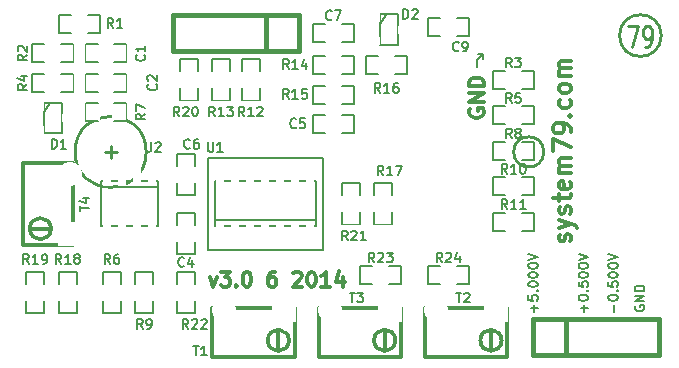
<source format=gto>
G04 (created by PCBNEW (2013-07-07 BZR 4022)-stable) date 2014-06-17 1:34:36 PM*
%MOIN*%
G04 Gerber Fmt 3.4, Leading zero omitted, Abs format*
%FSLAX34Y34*%
G01*
G70*
G90*
G04 APERTURE LIST*
%ADD10C,0.00590551*%
%ADD11C,0.00984252*%
%ADD12C,0.006*%
%ADD13C,0.00787402*%
%ADD14C,0.011811*%
%ADD15C,0.005*%
%ADD16C,0.015*%
%ADD17C,0.0026*%
%ADD18C,0.0078*%
%ADD19C,0.008*%
%ADD20C,0.0802748*%
%ADD21R,0.0409748X0.0291748*%
%ADD22R,0.0565748X0.0465748*%
%ADD23R,0.0465748X0.0565748*%
%ADD24R,0.0802748X0.0802748*%
%ADD25R,0.0251748X0.0881748*%
%ADD26C,0.080315*%
G04 APERTURE END LIST*
G54D10*
G54D11*
X31896Y-8956D02*
G75*
G03X31896Y-8956I-695J0D01*
G74*
G01*
X30802Y-8645D02*
X31130Y-8645D01*
X30919Y-9333D01*
X31341Y-9333D02*
X31435Y-9333D01*
X31482Y-9301D01*
X31505Y-9268D01*
X31552Y-9169D01*
X31575Y-9038D01*
X31575Y-8776D01*
X31552Y-8710D01*
X31528Y-8677D01*
X31482Y-8645D01*
X31388Y-8645D01*
X31341Y-8677D01*
X31317Y-8710D01*
X31294Y-8776D01*
X31294Y-8940D01*
X31317Y-9005D01*
X31341Y-9038D01*
X31388Y-9071D01*
X31482Y-9071D01*
X31528Y-9038D01*
X31552Y-9005D01*
X31575Y-8940D01*
G54D12*
X31025Y-17960D02*
X31010Y-17990D01*
X31010Y-18036D01*
X31025Y-18082D01*
X31056Y-18112D01*
X31086Y-18127D01*
X31147Y-18143D01*
X31193Y-18143D01*
X31254Y-18127D01*
X31284Y-18112D01*
X31315Y-18082D01*
X31330Y-18036D01*
X31330Y-18006D01*
X31315Y-17960D01*
X31299Y-17945D01*
X31193Y-17945D01*
X31193Y-18006D01*
X31330Y-17807D02*
X31010Y-17807D01*
X31330Y-17625D01*
X31010Y-17625D01*
X31330Y-17472D02*
X31010Y-17472D01*
X31010Y-17396D01*
X31025Y-17350D01*
X31056Y-17320D01*
X31086Y-17305D01*
X31147Y-17289D01*
X31193Y-17289D01*
X31254Y-17305D01*
X31284Y-17320D01*
X31315Y-17350D01*
X31330Y-17396D01*
X31330Y-17472D01*
X30322Y-18169D02*
X30322Y-17925D01*
X30124Y-17712D02*
X30124Y-17681D01*
X30139Y-17651D01*
X30154Y-17635D01*
X30185Y-17620D01*
X30246Y-17605D01*
X30322Y-17605D01*
X30383Y-17620D01*
X30414Y-17635D01*
X30429Y-17651D01*
X30444Y-17681D01*
X30444Y-17712D01*
X30429Y-17742D01*
X30414Y-17757D01*
X30383Y-17772D01*
X30322Y-17788D01*
X30246Y-17788D01*
X30185Y-17772D01*
X30154Y-17757D01*
X30139Y-17742D01*
X30124Y-17712D01*
X30414Y-17468D02*
X30429Y-17452D01*
X30444Y-17468D01*
X30429Y-17483D01*
X30414Y-17468D01*
X30444Y-17468D01*
X30124Y-17163D02*
X30124Y-17315D01*
X30276Y-17331D01*
X30261Y-17315D01*
X30246Y-17285D01*
X30246Y-17209D01*
X30261Y-17178D01*
X30276Y-17163D01*
X30307Y-17148D01*
X30383Y-17148D01*
X30414Y-17163D01*
X30429Y-17178D01*
X30444Y-17209D01*
X30444Y-17285D01*
X30429Y-17315D01*
X30414Y-17331D01*
X30124Y-16950D02*
X30124Y-16919D01*
X30139Y-16889D01*
X30154Y-16873D01*
X30185Y-16858D01*
X30246Y-16843D01*
X30322Y-16843D01*
X30383Y-16858D01*
X30414Y-16873D01*
X30429Y-16889D01*
X30444Y-16919D01*
X30444Y-16950D01*
X30429Y-16980D01*
X30414Y-16995D01*
X30383Y-17011D01*
X30322Y-17026D01*
X30246Y-17026D01*
X30185Y-17011D01*
X30154Y-16995D01*
X30139Y-16980D01*
X30124Y-16950D01*
X30124Y-16645D02*
X30124Y-16614D01*
X30139Y-16584D01*
X30154Y-16569D01*
X30185Y-16553D01*
X30246Y-16538D01*
X30322Y-16538D01*
X30383Y-16553D01*
X30414Y-16569D01*
X30429Y-16584D01*
X30444Y-16614D01*
X30444Y-16645D01*
X30429Y-16675D01*
X30414Y-16691D01*
X30383Y-16706D01*
X30322Y-16721D01*
X30246Y-16721D01*
X30185Y-16706D01*
X30154Y-16691D01*
X30139Y-16675D01*
X30124Y-16645D01*
X30124Y-16447D02*
X30444Y-16340D01*
X30124Y-16233D01*
X29338Y-18169D02*
X29338Y-17925D01*
X29460Y-18047D02*
X29216Y-18047D01*
X29140Y-17712D02*
X29140Y-17681D01*
X29155Y-17651D01*
X29170Y-17635D01*
X29201Y-17620D01*
X29262Y-17605D01*
X29338Y-17605D01*
X29399Y-17620D01*
X29429Y-17635D01*
X29444Y-17651D01*
X29460Y-17681D01*
X29460Y-17712D01*
X29444Y-17742D01*
X29429Y-17757D01*
X29399Y-17772D01*
X29338Y-17788D01*
X29262Y-17788D01*
X29201Y-17772D01*
X29170Y-17757D01*
X29155Y-17742D01*
X29140Y-17712D01*
X29429Y-17468D02*
X29444Y-17452D01*
X29460Y-17468D01*
X29444Y-17483D01*
X29429Y-17468D01*
X29460Y-17468D01*
X29140Y-17163D02*
X29140Y-17315D01*
X29292Y-17331D01*
X29277Y-17315D01*
X29262Y-17285D01*
X29262Y-17209D01*
X29277Y-17178D01*
X29292Y-17163D01*
X29323Y-17148D01*
X29399Y-17148D01*
X29429Y-17163D01*
X29444Y-17178D01*
X29460Y-17209D01*
X29460Y-17285D01*
X29444Y-17315D01*
X29429Y-17331D01*
X29140Y-16950D02*
X29140Y-16919D01*
X29155Y-16889D01*
X29170Y-16873D01*
X29201Y-16858D01*
X29262Y-16843D01*
X29338Y-16843D01*
X29399Y-16858D01*
X29429Y-16873D01*
X29444Y-16889D01*
X29460Y-16919D01*
X29460Y-16950D01*
X29444Y-16980D01*
X29429Y-16995D01*
X29399Y-17011D01*
X29338Y-17026D01*
X29262Y-17026D01*
X29201Y-17011D01*
X29170Y-16995D01*
X29155Y-16980D01*
X29140Y-16950D01*
X29140Y-16645D02*
X29140Y-16614D01*
X29155Y-16584D01*
X29170Y-16569D01*
X29201Y-16553D01*
X29262Y-16538D01*
X29338Y-16538D01*
X29399Y-16553D01*
X29429Y-16569D01*
X29444Y-16584D01*
X29460Y-16614D01*
X29460Y-16645D01*
X29444Y-16675D01*
X29429Y-16691D01*
X29399Y-16706D01*
X29338Y-16721D01*
X29262Y-16721D01*
X29201Y-16706D01*
X29170Y-16691D01*
X29155Y-16675D01*
X29140Y-16645D01*
X29140Y-16447D02*
X29460Y-16340D01*
X29140Y-16233D01*
X27665Y-18169D02*
X27665Y-17925D01*
X27787Y-18047D02*
X27543Y-18047D01*
X27467Y-17620D02*
X27467Y-17772D01*
X27619Y-17788D01*
X27604Y-17772D01*
X27588Y-17742D01*
X27588Y-17666D01*
X27604Y-17635D01*
X27619Y-17620D01*
X27649Y-17605D01*
X27726Y-17605D01*
X27756Y-17620D01*
X27771Y-17635D01*
X27787Y-17666D01*
X27787Y-17742D01*
X27771Y-17772D01*
X27756Y-17788D01*
X27756Y-17468D02*
X27771Y-17452D01*
X27787Y-17468D01*
X27771Y-17483D01*
X27756Y-17468D01*
X27787Y-17468D01*
X27467Y-17254D02*
X27467Y-17224D01*
X27482Y-17193D01*
X27497Y-17178D01*
X27527Y-17163D01*
X27588Y-17148D01*
X27665Y-17148D01*
X27726Y-17163D01*
X27756Y-17178D01*
X27771Y-17193D01*
X27787Y-17224D01*
X27787Y-17254D01*
X27771Y-17285D01*
X27756Y-17300D01*
X27726Y-17315D01*
X27665Y-17331D01*
X27588Y-17331D01*
X27527Y-17315D01*
X27497Y-17300D01*
X27482Y-17285D01*
X27467Y-17254D01*
X27467Y-16950D02*
X27467Y-16919D01*
X27482Y-16889D01*
X27497Y-16873D01*
X27527Y-16858D01*
X27588Y-16843D01*
X27665Y-16843D01*
X27726Y-16858D01*
X27756Y-16873D01*
X27771Y-16889D01*
X27787Y-16919D01*
X27787Y-16950D01*
X27771Y-16980D01*
X27756Y-16995D01*
X27726Y-17011D01*
X27665Y-17026D01*
X27588Y-17026D01*
X27527Y-17011D01*
X27497Y-16995D01*
X27482Y-16980D01*
X27467Y-16950D01*
X27467Y-16645D02*
X27467Y-16614D01*
X27482Y-16584D01*
X27497Y-16569D01*
X27527Y-16553D01*
X27588Y-16538D01*
X27665Y-16538D01*
X27726Y-16553D01*
X27756Y-16569D01*
X27771Y-16584D01*
X27787Y-16614D01*
X27787Y-16645D01*
X27771Y-16675D01*
X27756Y-16691D01*
X27726Y-16706D01*
X27665Y-16721D01*
X27588Y-16721D01*
X27527Y-16706D01*
X27497Y-16691D01*
X27482Y-16675D01*
X27467Y-16645D01*
X27467Y-16447D02*
X27787Y-16340D01*
X27467Y-16233D01*
X12506Y-14810D02*
X12506Y-14627D01*
X12826Y-14719D02*
X12506Y-14719D01*
X12613Y-14384D02*
X12826Y-14384D01*
X12491Y-14460D02*
X12719Y-14536D01*
X12719Y-14338D01*
X21508Y-17526D02*
X21691Y-17526D01*
X21599Y-17846D02*
X21599Y-17526D01*
X21767Y-17526D02*
X21965Y-17526D01*
X21858Y-17647D01*
X21904Y-17647D01*
X21934Y-17663D01*
X21950Y-17678D01*
X21965Y-17708D01*
X21965Y-17785D01*
X21950Y-17815D01*
X21934Y-17830D01*
X21904Y-17846D01*
X21812Y-17846D01*
X21782Y-17830D01*
X21767Y-17815D01*
X25051Y-17526D02*
X25234Y-17526D01*
X25142Y-17846D02*
X25142Y-17526D01*
X25325Y-17556D02*
X25340Y-17541D01*
X25371Y-17526D01*
X25447Y-17526D01*
X25478Y-17541D01*
X25493Y-17556D01*
X25508Y-17587D01*
X25508Y-17617D01*
X25493Y-17663D01*
X25310Y-17846D01*
X25508Y-17846D01*
X16291Y-19297D02*
X16474Y-19297D01*
X16383Y-19617D02*
X16383Y-19297D01*
X16748Y-19617D02*
X16565Y-19617D01*
X16657Y-19617D02*
X16657Y-19297D01*
X16626Y-19343D01*
X16596Y-19373D01*
X16565Y-19389D01*
G54D11*
X27984Y-12834D02*
G75*
G03X27984Y-12834I-504J0D01*
G74*
G01*
X13543Y-12637D02*
X13543Y-13031D01*
X13740Y-12834D02*
X13346Y-12834D01*
X14727Y-12834D02*
G75*
G03X14727Y-12834I-1184J0D01*
G74*
G01*
G54D13*
X25944Y-9586D02*
X25944Y-9744D01*
X25944Y-9586D02*
X25787Y-9586D01*
X25748Y-9783D02*
X25748Y-10019D01*
X25944Y-9586D02*
X25748Y-9783D01*
G54D14*
X25513Y-11404D02*
X25489Y-11452D01*
X25489Y-11523D01*
X25513Y-11595D01*
X25561Y-11642D01*
X25608Y-11666D01*
X25704Y-11690D01*
X25775Y-11690D01*
X25870Y-11666D01*
X25918Y-11642D01*
X25965Y-11595D01*
X25989Y-11523D01*
X25989Y-11476D01*
X25965Y-11404D01*
X25942Y-11380D01*
X25775Y-11380D01*
X25775Y-11476D01*
X25989Y-11166D02*
X25489Y-11166D01*
X25989Y-10880D01*
X25489Y-10880D01*
X25989Y-10642D02*
X25489Y-10642D01*
X25489Y-10523D01*
X25513Y-10452D01*
X25561Y-10404D01*
X25608Y-10380D01*
X25704Y-10356D01*
X25775Y-10356D01*
X25870Y-10380D01*
X25918Y-10404D01*
X25965Y-10452D01*
X25989Y-10523D01*
X25989Y-10642D01*
X16844Y-16997D02*
X16961Y-17325D01*
X17079Y-16997D01*
X17219Y-16833D02*
X17524Y-16833D01*
X17360Y-17020D01*
X17430Y-17020D01*
X17477Y-17043D01*
X17500Y-17067D01*
X17524Y-17114D01*
X17524Y-17231D01*
X17500Y-17278D01*
X17477Y-17301D01*
X17430Y-17325D01*
X17290Y-17325D01*
X17243Y-17301D01*
X17219Y-17278D01*
X17735Y-17278D02*
X17758Y-17301D01*
X17735Y-17325D01*
X17711Y-17301D01*
X17735Y-17278D01*
X17735Y-17325D01*
X18063Y-16833D02*
X18110Y-16833D01*
X18157Y-16856D01*
X18180Y-16879D01*
X18203Y-16926D01*
X18227Y-17020D01*
X18227Y-17137D01*
X18203Y-17231D01*
X18180Y-17278D01*
X18157Y-17301D01*
X18110Y-17325D01*
X18063Y-17325D01*
X18016Y-17301D01*
X17993Y-17278D01*
X17969Y-17231D01*
X17946Y-17137D01*
X17946Y-17020D01*
X17969Y-16926D01*
X17993Y-16879D01*
X18016Y-16856D01*
X18063Y-16833D01*
X19024Y-16833D02*
X18930Y-16833D01*
X18883Y-16856D01*
X18860Y-16879D01*
X18813Y-16950D01*
X18789Y-17043D01*
X18789Y-17231D01*
X18813Y-17278D01*
X18836Y-17301D01*
X18883Y-17325D01*
X18977Y-17325D01*
X19024Y-17301D01*
X19047Y-17278D01*
X19071Y-17231D01*
X19071Y-17114D01*
X19047Y-17067D01*
X19024Y-17043D01*
X18977Y-17020D01*
X18883Y-17020D01*
X18836Y-17043D01*
X18813Y-17067D01*
X18789Y-17114D01*
X19633Y-16879D02*
X19656Y-16856D01*
X19703Y-16833D01*
X19820Y-16833D01*
X19867Y-16856D01*
X19891Y-16879D01*
X19914Y-16926D01*
X19914Y-16973D01*
X19891Y-17043D01*
X19610Y-17325D01*
X19914Y-17325D01*
X20219Y-16833D02*
X20266Y-16833D01*
X20313Y-16856D01*
X20336Y-16879D01*
X20359Y-16926D01*
X20383Y-17020D01*
X20383Y-17137D01*
X20359Y-17231D01*
X20336Y-17278D01*
X20313Y-17301D01*
X20266Y-17325D01*
X20219Y-17325D01*
X20172Y-17301D01*
X20149Y-17278D01*
X20125Y-17231D01*
X20102Y-17137D01*
X20102Y-17020D01*
X20125Y-16926D01*
X20149Y-16879D01*
X20172Y-16856D01*
X20219Y-16833D01*
X20852Y-17325D02*
X20570Y-17325D01*
X20711Y-17325D02*
X20711Y-16833D01*
X20664Y-16903D01*
X20617Y-16950D01*
X20570Y-16973D01*
X21273Y-16997D02*
X21273Y-17325D01*
X21156Y-16809D02*
X21039Y-17161D01*
X21344Y-17161D01*
X28852Y-15818D02*
X28880Y-15762D01*
X28880Y-15649D01*
X28852Y-15593D01*
X28796Y-15565D01*
X28768Y-15565D01*
X28712Y-15593D01*
X28683Y-15649D01*
X28683Y-15733D01*
X28655Y-15790D01*
X28599Y-15818D01*
X28571Y-15818D01*
X28515Y-15790D01*
X28487Y-15733D01*
X28487Y-15649D01*
X28515Y-15593D01*
X28487Y-15368D02*
X28880Y-15227D01*
X28487Y-15087D02*
X28880Y-15227D01*
X29021Y-15284D01*
X29049Y-15312D01*
X29077Y-15368D01*
X28852Y-14890D02*
X28880Y-14834D01*
X28880Y-14721D01*
X28852Y-14665D01*
X28796Y-14637D01*
X28768Y-14637D01*
X28712Y-14665D01*
X28683Y-14721D01*
X28683Y-14805D01*
X28655Y-14862D01*
X28599Y-14890D01*
X28571Y-14890D01*
X28515Y-14862D01*
X28487Y-14805D01*
X28487Y-14721D01*
X28515Y-14665D01*
X28487Y-14468D02*
X28487Y-14243D01*
X28290Y-14384D02*
X28796Y-14384D01*
X28852Y-14356D01*
X28880Y-14299D01*
X28880Y-14243D01*
X28852Y-13821D02*
X28880Y-13877D01*
X28880Y-13990D01*
X28852Y-14046D01*
X28796Y-14074D01*
X28571Y-14074D01*
X28515Y-14046D01*
X28487Y-13990D01*
X28487Y-13877D01*
X28515Y-13821D01*
X28571Y-13793D01*
X28627Y-13793D01*
X28683Y-14074D01*
X28880Y-13540D02*
X28487Y-13540D01*
X28543Y-13540D02*
X28515Y-13512D01*
X28487Y-13456D01*
X28487Y-13371D01*
X28515Y-13315D01*
X28571Y-13287D01*
X28880Y-13287D01*
X28571Y-13287D02*
X28515Y-13259D01*
X28487Y-13203D01*
X28487Y-13118D01*
X28515Y-13062D01*
X28571Y-13034D01*
X28880Y-13034D01*
X28290Y-12809D02*
X28290Y-12415D01*
X28880Y-12668D01*
X28880Y-12162D02*
X28880Y-12050D01*
X28852Y-11993D01*
X28824Y-11965D01*
X28740Y-11909D01*
X28627Y-11881D01*
X28402Y-11881D01*
X28346Y-11909D01*
X28318Y-11937D01*
X28290Y-11993D01*
X28290Y-12106D01*
X28318Y-12162D01*
X28346Y-12190D01*
X28402Y-12218D01*
X28543Y-12218D01*
X28599Y-12190D01*
X28627Y-12162D01*
X28655Y-12106D01*
X28655Y-11993D01*
X28627Y-11937D01*
X28599Y-11909D01*
X28543Y-11881D01*
X28824Y-11628D02*
X28852Y-11600D01*
X28880Y-11628D01*
X28852Y-11656D01*
X28824Y-11628D01*
X28880Y-11628D01*
X28852Y-11093D02*
X28880Y-11150D01*
X28880Y-11262D01*
X28852Y-11318D01*
X28824Y-11347D01*
X28768Y-11375D01*
X28599Y-11375D01*
X28543Y-11347D01*
X28515Y-11318D01*
X28487Y-11262D01*
X28487Y-11150D01*
X28515Y-11093D01*
X28880Y-10756D02*
X28852Y-10812D01*
X28824Y-10840D01*
X28768Y-10868D01*
X28599Y-10868D01*
X28543Y-10840D01*
X28515Y-10812D01*
X28487Y-10756D01*
X28487Y-10672D01*
X28515Y-10615D01*
X28543Y-10587D01*
X28599Y-10559D01*
X28768Y-10559D01*
X28824Y-10587D01*
X28852Y-10615D01*
X28880Y-10672D01*
X28880Y-10756D01*
X28880Y-10306D02*
X28487Y-10306D01*
X28543Y-10306D02*
X28515Y-10278D01*
X28487Y-10222D01*
X28487Y-10137D01*
X28515Y-10081D01*
X28571Y-10053D01*
X28880Y-10053D01*
X28571Y-10053D02*
X28515Y-10025D01*
X28487Y-9969D01*
X28487Y-9884D01*
X28515Y-9828D01*
X28571Y-9800D01*
X28880Y-9800D01*
G54D15*
X11314Y-11512D02*
X11514Y-11212D01*
X11314Y-12212D02*
X11314Y-11187D01*
X11314Y-11187D02*
X11914Y-11187D01*
X11914Y-11187D02*
X11914Y-12212D01*
X11914Y-12212D02*
X11314Y-12212D01*
X16343Y-15831D02*
X16343Y-16231D01*
X16343Y-16231D02*
X15743Y-16231D01*
X15743Y-16231D02*
X15743Y-15831D01*
X15743Y-15271D02*
X15743Y-14871D01*
X15743Y-14871D02*
X16343Y-14871D01*
X16343Y-14871D02*
X16343Y-15271D01*
X16343Y-13862D02*
X16343Y-14262D01*
X16343Y-14262D02*
X15743Y-14262D01*
X15743Y-14262D02*
X15743Y-13862D01*
X15743Y-13302D02*
X15743Y-12902D01*
X15743Y-12902D02*
X16343Y-12902D01*
X16343Y-12902D02*
X16343Y-13302D01*
X17524Y-10713D02*
X17524Y-11113D01*
X17524Y-11113D02*
X16924Y-11113D01*
X16924Y-11113D02*
X16924Y-10713D01*
X16924Y-10153D02*
X16924Y-9753D01*
X16924Y-9753D02*
X17524Y-9753D01*
X17524Y-9753D02*
X17524Y-10153D01*
X26688Y-15457D02*
X26288Y-15457D01*
X26288Y-15457D02*
X26288Y-14857D01*
X26288Y-14857D02*
X26688Y-14857D01*
X27248Y-14857D02*
X27648Y-14857D01*
X27648Y-14857D02*
X27648Y-15457D01*
X27648Y-15457D02*
X27248Y-15457D01*
X26688Y-14276D02*
X26288Y-14276D01*
X26288Y-14276D02*
X26288Y-13676D01*
X26288Y-13676D02*
X26688Y-13676D01*
X27248Y-13676D02*
X27648Y-13676D01*
X27648Y-13676D02*
X27648Y-14276D01*
X27648Y-14276D02*
X27248Y-14276D01*
X26688Y-13095D02*
X26288Y-13095D01*
X26288Y-13095D02*
X26288Y-12495D01*
X26288Y-12495D02*
X26688Y-12495D01*
X27248Y-12495D02*
X27648Y-12495D01*
X27648Y-12495D02*
X27648Y-13095D01*
X27648Y-13095D02*
X27248Y-13095D01*
X26688Y-11914D02*
X26288Y-11914D01*
X26288Y-11914D02*
X26288Y-11314D01*
X26288Y-11314D02*
X26688Y-11314D01*
X27248Y-11314D02*
X27648Y-11314D01*
X27648Y-11314D02*
X27648Y-11914D01*
X27648Y-11914D02*
X27248Y-11914D01*
X26688Y-10733D02*
X26288Y-10733D01*
X26288Y-10733D02*
X26288Y-10133D01*
X26288Y-10133D02*
X26688Y-10133D01*
X27248Y-10133D02*
X27648Y-10133D01*
X27648Y-10133D02*
X27648Y-10733D01*
X27648Y-10733D02*
X27248Y-10733D01*
X13105Y-11815D02*
X12705Y-11815D01*
X12705Y-11815D02*
X12705Y-11215D01*
X12705Y-11215D02*
X13105Y-11215D01*
X13665Y-11215D02*
X14065Y-11215D01*
X14065Y-11215D02*
X14065Y-11815D01*
X14065Y-11815D02*
X13665Y-11815D01*
X11334Y-9847D02*
X10934Y-9847D01*
X10934Y-9847D02*
X10934Y-9247D01*
X10934Y-9247D02*
X11334Y-9247D01*
X11894Y-9247D02*
X12294Y-9247D01*
X12294Y-9247D02*
X12294Y-9847D01*
X12294Y-9847D02*
X11894Y-9847D01*
X13105Y-9847D02*
X12705Y-9847D01*
X12705Y-9847D02*
X12705Y-9247D01*
X12705Y-9247D02*
X13105Y-9247D01*
X13665Y-9247D02*
X14065Y-9247D01*
X14065Y-9247D02*
X14065Y-9847D01*
X14065Y-9847D02*
X13665Y-9847D01*
X18508Y-10713D02*
X18508Y-11113D01*
X18508Y-11113D02*
X17908Y-11113D01*
X17908Y-11113D02*
X17908Y-10713D01*
X17908Y-10153D02*
X17908Y-9753D01*
X17908Y-9753D02*
X18508Y-9753D01*
X18508Y-9753D02*
X18508Y-10153D01*
X20684Y-12209D02*
X20284Y-12209D01*
X20284Y-12209D02*
X20284Y-11609D01*
X20284Y-11609D02*
X20684Y-11609D01*
X21244Y-11609D02*
X21644Y-11609D01*
X21644Y-11609D02*
X21644Y-12209D01*
X21644Y-12209D02*
X21244Y-12209D01*
X14365Y-17239D02*
X14365Y-16839D01*
X14365Y-16839D02*
X14965Y-16839D01*
X14965Y-16839D02*
X14965Y-17239D01*
X14965Y-17799D02*
X14965Y-18199D01*
X14965Y-18199D02*
X14365Y-18199D01*
X14365Y-18199D02*
X14365Y-17799D01*
X13105Y-10831D02*
X12705Y-10831D01*
X12705Y-10831D02*
X12705Y-10231D01*
X12705Y-10231D02*
X13105Y-10231D01*
X13665Y-10231D02*
X14065Y-10231D01*
X14065Y-10231D02*
X14065Y-10831D01*
X14065Y-10831D02*
X13665Y-10831D01*
X13882Y-17799D02*
X13882Y-18199D01*
X13882Y-18199D02*
X13282Y-18199D01*
X13282Y-18199D02*
X13282Y-17799D01*
X13282Y-17239D02*
X13282Y-16839D01*
X13282Y-16839D02*
X13882Y-16839D01*
X13882Y-16839D02*
X13882Y-17239D01*
X11334Y-10831D02*
X10934Y-10831D01*
X10934Y-10831D02*
X10934Y-10231D01*
X10934Y-10231D02*
X11334Y-10231D01*
X11894Y-10231D02*
X12294Y-10231D01*
X12294Y-10231D02*
X12294Y-10831D01*
X12294Y-10831D02*
X11894Y-10831D01*
X12220Y-8862D02*
X11820Y-8862D01*
X11820Y-8862D02*
X11820Y-8262D01*
X11820Y-8262D02*
X12220Y-8262D01*
X12780Y-8262D02*
X13180Y-8262D01*
X13180Y-8262D02*
X13180Y-8862D01*
X13180Y-8862D02*
X12780Y-8862D01*
G54D16*
X18716Y-9458D02*
X18716Y-8258D01*
X19816Y-9458D02*
X19816Y-8258D01*
X19816Y-8258D02*
X15616Y-8258D01*
X15616Y-8258D02*
X15616Y-9458D01*
X15616Y-9458D02*
X19816Y-9458D01*
G54D17*
X17104Y-15786D02*
X17297Y-15786D01*
X17297Y-15786D02*
X17297Y-15353D01*
X17104Y-15353D02*
X17297Y-15353D01*
X17104Y-15786D02*
X17104Y-15353D01*
X17604Y-15786D02*
X17797Y-15786D01*
X17797Y-15786D02*
X17797Y-15353D01*
X17604Y-15353D02*
X17797Y-15353D01*
X17604Y-15786D02*
X17604Y-15353D01*
X18104Y-15786D02*
X18297Y-15786D01*
X18297Y-15786D02*
X18297Y-15353D01*
X18104Y-15353D02*
X18297Y-15353D01*
X18104Y-15786D02*
X18104Y-15353D01*
X18604Y-15786D02*
X18796Y-15786D01*
X18796Y-15786D02*
X18796Y-15353D01*
X18604Y-15353D02*
X18796Y-15353D01*
X18604Y-15786D02*
X18604Y-15353D01*
X18604Y-13779D02*
X18796Y-13779D01*
X18796Y-13779D02*
X18796Y-13346D01*
X18604Y-13346D02*
X18796Y-13346D01*
X18604Y-13779D02*
X18604Y-13346D01*
X18104Y-13779D02*
X18297Y-13779D01*
X18297Y-13779D02*
X18297Y-13346D01*
X18104Y-13346D02*
X18297Y-13346D01*
X18104Y-13779D02*
X18104Y-13346D01*
X17604Y-13779D02*
X17797Y-13779D01*
X17797Y-13779D02*
X17797Y-13346D01*
X17604Y-13346D02*
X17797Y-13346D01*
X17604Y-13779D02*
X17604Y-13346D01*
X17104Y-13779D02*
X17297Y-13779D01*
X17297Y-13779D02*
X17297Y-13346D01*
X17104Y-13346D02*
X17297Y-13346D01*
X17104Y-13779D02*
X17104Y-13346D01*
X19103Y-15786D02*
X19296Y-15786D01*
X19296Y-15786D02*
X19296Y-15353D01*
X19103Y-15353D02*
X19296Y-15353D01*
X19103Y-15786D02*
X19103Y-15353D01*
X19603Y-15786D02*
X19796Y-15786D01*
X19796Y-15786D02*
X19796Y-15353D01*
X19603Y-15353D02*
X19796Y-15353D01*
X19603Y-15786D02*
X19603Y-15353D01*
X20103Y-15786D02*
X20296Y-15786D01*
X20296Y-15786D02*
X20296Y-15353D01*
X20103Y-15353D02*
X20296Y-15353D01*
X20103Y-15786D02*
X20103Y-15353D01*
X20103Y-13779D02*
X20296Y-13779D01*
X20296Y-13779D02*
X20296Y-13346D01*
X20103Y-13346D02*
X20296Y-13346D01*
X20103Y-13779D02*
X20103Y-13346D01*
X19603Y-13779D02*
X19796Y-13779D01*
X19796Y-13779D02*
X19796Y-13346D01*
X19603Y-13346D02*
X19796Y-13346D01*
X19603Y-13779D02*
X19603Y-13346D01*
X19103Y-13779D02*
X19296Y-13779D01*
X19296Y-13779D02*
X19296Y-13346D01*
X19103Y-13346D02*
X19296Y-13346D01*
X19103Y-13779D02*
X19103Y-13346D01*
G54D18*
X16773Y-13031D02*
X20627Y-13031D01*
X20627Y-16101D02*
X16773Y-16101D01*
X16773Y-16101D02*
X16773Y-13031D01*
G54D19*
X20394Y-15314D02*
X17006Y-15314D01*
X17006Y-15314D02*
X17006Y-15117D01*
X17006Y-15117D02*
X17006Y-13818D01*
X20394Y-15117D02*
X17006Y-15117D01*
X20394Y-13818D02*
X20394Y-15117D01*
X20394Y-15117D02*
X20394Y-15314D01*
G54D18*
X20627Y-13031D02*
X20627Y-16101D01*
G54D19*
X17006Y-13818D02*
X20394Y-13818D01*
G54D15*
X22534Y-8559D02*
X22734Y-8259D01*
X22534Y-9259D02*
X22534Y-8234D01*
X22534Y-8234D02*
X23134Y-8234D01*
X23134Y-8234D02*
X23134Y-9259D01*
X23134Y-9259D02*
X22534Y-9259D01*
X22456Y-10240D02*
X22056Y-10240D01*
X22056Y-10240D02*
X22056Y-9640D01*
X22056Y-9640D02*
X22456Y-9640D01*
X23016Y-9640D02*
X23416Y-9640D01*
X23416Y-9640D02*
X23416Y-10240D01*
X23416Y-10240D02*
X23016Y-10240D01*
X24523Y-8961D02*
X24123Y-8961D01*
X24123Y-8961D02*
X24123Y-8361D01*
X24123Y-8361D02*
X24523Y-8361D01*
X25083Y-8361D02*
X25483Y-8361D01*
X25483Y-8361D02*
X25483Y-8961D01*
X25483Y-8961D02*
X25083Y-8961D01*
X22337Y-14286D02*
X22337Y-13886D01*
X22337Y-13886D02*
X22937Y-13886D01*
X22937Y-13886D02*
X22937Y-14286D01*
X22937Y-14846D02*
X22937Y-15246D01*
X22937Y-15246D02*
X22337Y-15246D01*
X22337Y-15246D02*
X22337Y-14846D01*
X20684Y-10240D02*
X20284Y-10240D01*
X20284Y-10240D02*
X20284Y-9640D01*
X20284Y-9640D02*
X20684Y-9640D01*
X21244Y-9640D02*
X21644Y-9640D01*
X21644Y-9640D02*
X21644Y-10240D01*
X21644Y-10240D02*
X21244Y-10240D01*
X21244Y-10625D02*
X21644Y-10625D01*
X21644Y-10625D02*
X21644Y-11225D01*
X21644Y-11225D02*
X21244Y-11225D01*
X20684Y-11225D02*
X20284Y-11225D01*
X20284Y-11225D02*
X20284Y-10625D01*
X20284Y-10625D02*
X20684Y-10625D01*
X20684Y-9158D02*
X20284Y-9158D01*
X20284Y-9158D02*
X20284Y-8558D01*
X20284Y-8558D02*
X20684Y-8558D01*
X21244Y-8558D02*
X21644Y-8558D01*
X21644Y-8558D02*
X21644Y-9158D01*
X21644Y-9158D02*
X21244Y-9158D01*
G54D17*
X15019Y-13346D02*
X14826Y-13346D01*
X14826Y-13346D02*
X14826Y-13779D01*
X15019Y-13779D02*
X14826Y-13779D01*
X15019Y-13346D02*
X15019Y-13779D01*
X14519Y-13346D02*
X14326Y-13346D01*
X14326Y-13346D02*
X14326Y-13779D01*
X14519Y-13779D02*
X14326Y-13779D01*
X14519Y-13346D02*
X14519Y-13779D01*
X14020Y-13346D02*
X13827Y-13346D01*
X13827Y-13346D02*
X13827Y-13779D01*
X14020Y-13779D02*
X13827Y-13779D01*
X14020Y-13346D02*
X14020Y-13779D01*
X13520Y-13346D02*
X13327Y-13346D01*
X13327Y-13346D02*
X13327Y-13779D01*
X13520Y-13779D02*
X13327Y-13779D01*
X13520Y-13346D02*
X13520Y-13779D01*
X13520Y-15353D02*
X13327Y-15353D01*
X13327Y-15353D02*
X13327Y-15786D01*
X13520Y-15786D02*
X13327Y-15786D01*
X13520Y-15353D02*
X13520Y-15786D01*
X14020Y-15353D02*
X13827Y-15353D01*
X13827Y-15353D02*
X13827Y-15786D01*
X14020Y-15786D02*
X13827Y-15786D01*
X14020Y-15353D02*
X14020Y-15786D01*
X14519Y-15353D02*
X14326Y-15353D01*
X14326Y-15353D02*
X14326Y-15786D01*
X14519Y-15786D02*
X14326Y-15786D01*
X14519Y-15353D02*
X14519Y-15786D01*
X15019Y-15353D02*
X14826Y-15353D01*
X14826Y-15353D02*
X14826Y-15786D01*
X15019Y-15786D02*
X14826Y-15786D01*
X15019Y-15353D02*
X15019Y-15786D01*
G54D19*
X13229Y-15314D02*
X13229Y-14015D01*
X13229Y-14015D02*
X13229Y-13818D01*
X13229Y-13818D02*
X15117Y-13818D01*
X15117Y-13818D02*
X15117Y-14015D01*
X15117Y-14015D02*
X15117Y-15314D01*
X15117Y-15314D02*
X13229Y-15314D01*
X13229Y-14015D02*
X15117Y-14015D01*
G54D14*
X19133Y-19468D02*
X19133Y-18759D01*
X19488Y-19114D02*
G75*
G03X19488Y-19114I-354J0D01*
G74*
G01*
X16929Y-19685D02*
X19685Y-19685D01*
X19685Y-19685D02*
X19685Y-18031D01*
X16929Y-18031D02*
X16929Y-19685D01*
X16929Y-18031D02*
X19685Y-18031D01*
X22677Y-19468D02*
X22677Y-18759D01*
X23031Y-19114D02*
G75*
G03X23031Y-19114I-354J0D01*
G74*
G01*
X20472Y-19685D02*
X23228Y-19685D01*
X23228Y-19685D02*
X23228Y-18031D01*
X20472Y-18031D02*
X20472Y-19685D01*
X20472Y-18031D02*
X23228Y-18031D01*
X26220Y-19468D02*
X26220Y-18759D01*
X26574Y-19114D02*
G75*
G03X26574Y-19114I-354J0D01*
G74*
G01*
X24015Y-19685D02*
X26771Y-19685D01*
X26771Y-19685D02*
X26771Y-18031D01*
X24015Y-18031D02*
X24015Y-19685D01*
X24015Y-18031D02*
X26771Y-18031D01*
X10846Y-15393D02*
X11555Y-15393D01*
X11555Y-15393D02*
G75*
G03X11555Y-15393I-354J0D01*
G74*
G01*
X10629Y-13188D02*
X10629Y-15944D01*
X10629Y-15944D02*
X12283Y-15944D01*
X12283Y-13188D02*
X10629Y-13188D01*
X12283Y-13188D02*
X12283Y-15944D01*
G54D15*
X12406Y-17799D02*
X12406Y-18199D01*
X12406Y-18199D02*
X11806Y-18199D01*
X11806Y-18199D02*
X11806Y-17799D01*
X11806Y-17239D02*
X11806Y-16839D01*
X11806Y-16839D02*
X12406Y-16839D01*
X12406Y-16839D02*
X12406Y-17239D01*
X11323Y-17799D02*
X11323Y-18199D01*
X11323Y-18199D02*
X10723Y-18199D01*
X10723Y-18199D02*
X10723Y-17799D01*
X10723Y-17239D02*
X10723Y-16839D01*
X10723Y-16839D02*
X11323Y-16839D01*
X11323Y-16839D02*
X11323Y-17239D01*
X16441Y-10713D02*
X16441Y-11113D01*
X16441Y-11113D02*
X15841Y-11113D01*
X15841Y-11113D02*
X15841Y-10713D01*
X15841Y-10153D02*
X15841Y-9753D01*
X15841Y-9753D02*
X16441Y-9753D01*
X16441Y-9753D02*
X16441Y-10153D01*
G54D16*
X28724Y-18396D02*
X28724Y-19596D01*
X27624Y-18396D02*
X27624Y-19596D01*
X27624Y-19596D02*
X31824Y-19596D01*
X31824Y-19596D02*
X31824Y-18396D01*
X31824Y-18396D02*
X27624Y-18396D01*
G54D15*
X21255Y-14286D02*
X21255Y-13886D01*
X21255Y-13886D02*
X21855Y-13886D01*
X21855Y-13886D02*
X21855Y-14286D01*
X21855Y-14846D02*
X21855Y-15246D01*
X21855Y-15246D02*
X21255Y-15246D01*
X21255Y-15246D02*
X21255Y-14846D01*
X15743Y-17239D02*
X15743Y-16839D01*
X15743Y-16839D02*
X16343Y-16839D01*
X16343Y-16839D02*
X16343Y-17239D01*
X16343Y-17799D02*
X16343Y-18199D01*
X16343Y-18199D02*
X15743Y-18199D01*
X15743Y-18199D02*
X15743Y-17799D01*
X22259Y-17229D02*
X21859Y-17229D01*
X21859Y-17229D02*
X21859Y-16629D01*
X21859Y-16629D02*
X22259Y-16629D01*
X22819Y-16629D02*
X23219Y-16629D01*
X23219Y-16629D02*
X23219Y-17229D01*
X23219Y-17229D02*
X22819Y-17229D01*
X24523Y-17229D02*
X24123Y-17229D01*
X24123Y-17229D02*
X24123Y-16629D01*
X24123Y-16629D02*
X24523Y-16629D01*
X25083Y-16629D02*
X25483Y-16629D01*
X25483Y-16629D02*
X25483Y-17229D01*
X25483Y-17229D02*
X25083Y-17229D01*
G54D12*
X11574Y-12727D02*
X11574Y-12407D01*
X11651Y-12407D01*
X11696Y-12423D01*
X11727Y-12453D01*
X11742Y-12484D01*
X11757Y-12545D01*
X11757Y-12590D01*
X11742Y-12651D01*
X11727Y-12682D01*
X11696Y-12712D01*
X11651Y-12727D01*
X11574Y-12727D01*
X12062Y-12727D02*
X11879Y-12727D01*
X11971Y-12727D02*
X11971Y-12407D01*
X11940Y-12453D01*
X11910Y-12484D01*
X11879Y-12499D01*
X16186Y-12697D02*
X16171Y-12712D01*
X16125Y-12727D01*
X16095Y-12727D01*
X16049Y-12712D01*
X16019Y-12682D01*
X16003Y-12651D01*
X15988Y-12590D01*
X15988Y-12545D01*
X16003Y-12484D01*
X16019Y-12453D01*
X16049Y-12423D01*
X16095Y-12407D01*
X16125Y-12407D01*
X16171Y-12423D01*
X16186Y-12438D01*
X16461Y-12407D02*
X16400Y-12407D01*
X16369Y-12423D01*
X16354Y-12438D01*
X16323Y-12484D01*
X16308Y-12545D01*
X16308Y-12666D01*
X16323Y-12697D01*
X16339Y-12712D01*
X16369Y-12727D01*
X16430Y-12727D01*
X16461Y-12712D01*
X16476Y-12697D01*
X16491Y-12666D01*
X16491Y-12590D01*
X16476Y-12560D01*
X16461Y-12545D01*
X16430Y-12529D01*
X16369Y-12529D01*
X16339Y-12545D01*
X16323Y-12560D01*
X16308Y-12590D01*
X15989Y-16634D02*
X15974Y-16649D01*
X15929Y-16664D01*
X15898Y-16664D01*
X15852Y-16649D01*
X15822Y-16619D01*
X15807Y-16588D01*
X15791Y-16527D01*
X15791Y-16482D01*
X15807Y-16421D01*
X15822Y-16390D01*
X15852Y-16360D01*
X15898Y-16344D01*
X15929Y-16344D01*
X15974Y-16360D01*
X15989Y-16375D01*
X16264Y-16451D02*
X16264Y-16664D01*
X16188Y-16329D02*
X16111Y-16558D01*
X16309Y-16558D01*
X17018Y-11645D02*
X16912Y-11492D01*
X16835Y-11645D02*
X16835Y-11325D01*
X16957Y-11325D01*
X16988Y-11340D01*
X17003Y-11355D01*
X17018Y-11386D01*
X17018Y-11431D01*
X17003Y-11462D01*
X16988Y-11477D01*
X16957Y-11492D01*
X16835Y-11492D01*
X17323Y-11645D02*
X17140Y-11645D01*
X17232Y-11645D02*
X17232Y-11325D01*
X17201Y-11370D01*
X17171Y-11401D01*
X17140Y-11416D01*
X17430Y-11325D02*
X17628Y-11325D01*
X17521Y-11447D01*
X17567Y-11447D01*
X17597Y-11462D01*
X17612Y-11477D01*
X17628Y-11508D01*
X17628Y-11584D01*
X17612Y-11614D01*
X17597Y-11630D01*
X17567Y-11645D01*
X17475Y-11645D01*
X17445Y-11630D01*
X17430Y-11614D01*
X26762Y-14737D02*
X26656Y-14584D01*
X26579Y-14737D02*
X26579Y-14417D01*
X26701Y-14417D01*
X26732Y-14432D01*
X26747Y-14447D01*
X26762Y-14477D01*
X26762Y-14523D01*
X26747Y-14554D01*
X26732Y-14569D01*
X26701Y-14584D01*
X26579Y-14584D01*
X27067Y-14737D02*
X26884Y-14737D01*
X26976Y-14737D02*
X26976Y-14417D01*
X26945Y-14462D01*
X26915Y-14493D01*
X26884Y-14508D01*
X27372Y-14737D02*
X27189Y-14737D01*
X27280Y-14737D02*
X27280Y-14417D01*
X27250Y-14462D01*
X27219Y-14493D01*
X27189Y-14508D01*
X26762Y-13555D02*
X26656Y-13403D01*
X26579Y-13555D02*
X26579Y-13235D01*
X26701Y-13235D01*
X26732Y-13251D01*
X26747Y-13266D01*
X26762Y-13296D01*
X26762Y-13342D01*
X26747Y-13373D01*
X26732Y-13388D01*
X26701Y-13403D01*
X26579Y-13403D01*
X27067Y-13555D02*
X26884Y-13555D01*
X26976Y-13555D02*
X26976Y-13235D01*
X26945Y-13281D01*
X26915Y-13312D01*
X26884Y-13327D01*
X27265Y-13235D02*
X27296Y-13235D01*
X27326Y-13251D01*
X27341Y-13266D01*
X27357Y-13296D01*
X27372Y-13357D01*
X27372Y-13433D01*
X27357Y-13494D01*
X27341Y-13525D01*
X27326Y-13540D01*
X27296Y-13555D01*
X27265Y-13555D01*
X27235Y-13540D01*
X27219Y-13525D01*
X27204Y-13494D01*
X27189Y-13433D01*
X27189Y-13357D01*
X27204Y-13296D01*
X27219Y-13266D01*
X27235Y-13251D01*
X27265Y-13235D01*
X26915Y-12374D02*
X26808Y-12222D01*
X26732Y-12374D02*
X26732Y-12054D01*
X26854Y-12054D01*
X26884Y-12070D01*
X26899Y-12085D01*
X26915Y-12115D01*
X26915Y-12161D01*
X26899Y-12191D01*
X26884Y-12207D01*
X26854Y-12222D01*
X26732Y-12222D01*
X27098Y-12191D02*
X27067Y-12176D01*
X27052Y-12161D01*
X27037Y-12130D01*
X27037Y-12115D01*
X27052Y-12085D01*
X27067Y-12070D01*
X27098Y-12054D01*
X27158Y-12054D01*
X27189Y-12070D01*
X27204Y-12085D01*
X27219Y-12115D01*
X27219Y-12130D01*
X27204Y-12161D01*
X27189Y-12176D01*
X27158Y-12191D01*
X27098Y-12191D01*
X27067Y-12207D01*
X27052Y-12222D01*
X27037Y-12252D01*
X27037Y-12313D01*
X27052Y-12344D01*
X27067Y-12359D01*
X27098Y-12374D01*
X27158Y-12374D01*
X27189Y-12359D01*
X27204Y-12344D01*
X27219Y-12313D01*
X27219Y-12252D01*
X27204Y-12222D01*
X27189Y-12207D01*
X27158Y-12191D01*
X26915Y-11193D02*
X26808Y-11041D01*
X26732Y-11193D02*
X26732Y-10873D01*
X26854Y-10873D01*
X26884Y-10888D01*
X26899Y-10904D01*
X26915Y-10934D01*
X26915Y-10980D01*
X26899Y-11010D01*
X26884Y-11026D01*
X26854Y-11041D01*
X26732Y-11041D01*
X27204Y-10873D02*
X27052Y-10873D01*
X27037Y-11026D01*
X27052Y-11010D01*
X27082Y-10995D01*
X27158Y-10995D01*
X27189Y-11010D01*
X27204Y-11026D01*
X27219Y-11056D01*
X27219Y-11132D01*
X27204Y-11163D01*
X27189Y-11178D01*
X27158Y-11193D01*
X27082Y-11193D01*
X27052Y-11178D01*
X27037Y-11163D01*
X26915Y-10012D02*
X26808Y-9860D01*
X26732Y-10012D02*
X26732Y-9692D01*
X26854Y-9692D01*
X26884Y-9707D01*
X26899Y-9723D01*
X26915Y-9753D01*
X26915Y-9799D01*
X26899Y-9829D01*
X26884Y-9844D01*
X26854Y-9860D01*
X26732Y-9860D01*
X27021Y-9692D02*
X27219Y-9692D01*
X27113Y-9814D01*
X27158Y-9814D01*
X27189Y-9829D01*
X27204Y-9844D01*
X27219Y-9875D01*
X27219Y-9951D01*
X27204Y-9982D01*
X27189Y-9997D01*
X27158Y-10012D01*
X27067Y-10012D01*
X27037Y-9997D01*
X27021Y-9982D01*
X14696Y-11569D02*
X14544Y-11675D01*
X14696Y-11751D02*
X14376Y-11751D01*
X14376Y-11630D01*
X14391Y-11599D01*
X14406Y-11584D01*
X14437Y-11569D01*
X14483Y-11569D01*
X14513Y-11584D01*
X14528Y-11599D01*
X14544Y-11630D01*
X14544Y-11751D01*
X14376Y-11462D02*
X14376Y-11249D01*
X14696Y-11386D01*
X10759Y-9600D02*
X10607Y-9707D01*
X10759Y-9783D02*
X10439Y-9783D01*
X10439Y-9661D01*
X10454Y-9631D01*
X10469Y-9615D01*
X10500Y-9600D01*
X10546Y-9600D01*
X10576Y-9615D01*
X10591Y-9631D01*
X10607Y-9661D01*
X10607Y-9783D01*
X10469Y-9478D02*
X10454Y-9463D01*
X10439Y-9432D01*
X10439Y-9356D01*
X10454Y-9326D01*
X10469Y-9311D01*
X10500Y-9295D01*
X10530Y-9295D01*
X10576Y-9311D01*
X10759Y-9493D01*
X10759Y-9295D01*
X14665Y-9600D02*
X14681Y-9615D01*
X14696Y-9661D01*
X14696Y-9692D01*
X14681Y-9737D01*
X14650Y-9768D01*
X14620Y-9783D01*
X14559Y-9798D01*
X14513Y-9798D01*
X14452Y-9783D01*
X14422Y-9768D01*
X14391Y-9737D01*
X14376Y-9692D01*
X14376Y-9661D01*
X14391Y-9615D01*
X14406Y-9600D01*
X14696Y-9295D02*
X14696Y-9478D01*
X14696Y-9387D02*
X14376Y-9387D01*
X14422Y-9417D01*
X14452Y-9448D01*
X14467Y-9478D01*
X18002Y-11645D02*
X17896Y-11492D01*
X17820Y-11645D02*
X17820Y-11325D01*
X17941Y-11325D01*
X17972Y-11340D01*
X17987Y-11355D01*
X18002Y-11386D01*
X18002Y-11431D01*
X17987Y-11462D01*
X17972Y-11477D01*
X17941Y-11492D01*
X17820Y-11492D01*
X18307Y-11645D02*
X18124Y-11645D01*
X18216Y-11645D02*
X18216Y-11325D01*
X18185Y-11370D01*
X18155Y-11401D01*
X18124Y-11416D01*
X18429Y-11355D02*
X18444Y-11340D01*
X18475Y-11325D01*
X18551Y-11325D01*
X18581Y-11340D01*
X18597Y-11355D01*
X18612Y-11386D01*
X18612Y-11416D01*
X18597Y-11462D01*
X18414Y-11645D01*
X18612Y-11645D01*
X19730Y-12008D02*
X19714Y-12023D01*
X19669Y-12038D01*
X19638Y-12038D01*
X19592Y-12023D01*
X19562Y-11993D01*
X19547Y-11962D01*
X19532Y-11901D01*
X19532Y-11856D01*
X19547Y-11795D01*
X19562Y-11764D01*
X19592Y-11734D01*
X19638Y-11718D01*
X19669Y-11718D01*
X19714Y-11734D01*
X19730Y-11749D01*
X20019Y-11718D02*
X19867Y-11718D01*
X19852Y-11871D01*
X19867Y-11856D01*
X19897Y-11840D01*
X19973Y-11840D01*
X20004Y-11856D01*
X20019Y-11871D01*
X20034Y-11901D01*
X20034Y-11978D01*
X20019Y-12008D01*
X20004Y-12023D01*
X19973Y-12038D01*
X19897Y-12038D01*
X19867Y-12023D01*
X19852Y-12008D01*
X14612Y-18731D02*
X14505Y-18579D01*
X14429Y-18731D02*
X14429Y-18411D01*
X14551Y-18411D01*
X14581Y-18427D01*
X14596Y-18442D01*
X14612Y-18472D01*
X14612Y-18518D01*
X14596Y-18549D01*
X14581Y-18564D01*
X14551Y-18579D01*
X14429Y-18579D01*
X14764Y-18731D02*
X14825Y-18731D01*
X14855Y-18716D01*
X14871Y-18701D01*
X14901Y-18655D01*
X14916Y-18594D01*
X14916Y-18472D01*
X14901Y-18442D01*
X14886Y-18427D01*
X14855Y-18411D01*
X14794Y-18411D01*
X14764Y-18427D01*
X14749Y-18442D01*
X14733Y-18472D01*
X14733Y-18549D01*
X14749Y-18579D01*
X14764Y-18594D01*
X14794Y-18609D01*
X14855Y-18609D01*
X14886Y-18594D01*
X14901Y-18579D01*
X14916Y-18549D01*
X15059Y-10584D02*
X15074Y-10600D01*
X15090Y-10645D01*
X15090Y-10676D01*
X15074Y-10721D01*
X15044Y-10752D01*
X15013Y-10767D01*
X14953Y-10782D01*
X14907Y-10782D01*
X14846Y-10767D01*
X14815Y-10752D01*
X14785Y-10721D01*
X14770Y-10676D01*
X14770Y-10645D01*
X14785Y-10600D01*
X14800Y-10584D01*
X14800Y-10462D02*
X14785Y-10447D01*
X14770Y-10417D01*
X14770Y-10341D01*
X14785Y-10310D01*
X14800Y-10295D01*
X14831Y-10280D01*
X14861Y-10280D01*
X14907Y-10295D01*
X15090Y-10478D01*
X15090Y-10280D01*
X13529Y-16566D02*
X13422Y-16414D01*
X13346Y-16566D02*
X13346Y-16246D01*
X13468Y-16246D01*
X13498Y-16261D01*
X13514Y-16277D01*
X13529Y-16307D01*
X13529Y-16353D01*
X13514Y-16383D01*
X13498Y-16398D01*
X13468Y-16414D01*
X13346Y-16414D01*
X13803Y-16246D02*
X13742Y-16246D01*
X13712Y-16261D01*
X13696Y-16277D01*
X13666Y-16322D01*
X13651Y-16383D01*
X13651Y-16505D01*
X13666Y-16536D01*
X13681Y-16551D01*
X13712Y-16566D01*
X13773Y-16566D01*
X13803Y-16551D01*
X13818Y-16536D01*
X13834Y-16505D01*
X13834Y-16429D01*
X13818Y-16398D01*
X13803Y-16383D01*
X13773Y-16368D01*
X13712Y-16368D01*
X13681Y-16383D01*
X13666Y-16398D01*
X13651Y-16429D01*
X10759Y-10584D02*
X10607Y-10691D01*
X10759Y-10767D02*
X10439Y-10767D01*
X10439Y-10645D01*
X10454Y-10615D01*
X10469Y-10600D01*
X10500Y-10584D01*
X10546Y-10584D01*
X10576Y-10600D01*
X10591Y-10615D01*
X10607Y-10645D01*
X10607Y-10767D01*
X10546Y-10310D02*
X10759Y-10310D01*
X10424Y-10386D02*
X10652Y-10462D01*
X10652Y-10264D01*
X13627Y-8692D02*
X13521Y-8540D01*
X13444Y-8692D02*
X13444Y-8372D01*
X13566Y-8372D01*
X13597Y-8387D01*
X13612Y-8402D01*
X13627Y-8433D01*
X13627Y-8479D01*
X13612Y-8509D01*
X13597Y-8524D01*
X13566Y-8540D01*
X13444Y-8540D01*
X13932Y-8692D02*
X13749Y-8692D01*
X13841Y-8692D02*
X13841Y-8372D01*
X13810Y-8418D01*
X13780Y-8448D01*
X13749Y-8463D01*
X16783Y-12506D02*
X16783Y-12765D01*
X16798Y-12795D01*
X16814Y-12811D01*
X16844Y-12826D01*
X16905Y-12826D01*
X16936Y-12811D01*
X16951Y-12795D01*
X16966Y-12765D01*
X16966Y-12506D01*
X17286Y-12826D02*
X17103Y-12826D01*
X17195Y-12826D02*
X17195Y-12506D01*
X17164Y-12552D01*
X17134Y-12582D01*
X17103Y-12597D01*
X23287Y-8397D02*
X23287Y-8077D01*
X23363Y-8077D01*
X23409Y-8092D01*
X23439Y-8122D01*
X23455Y-8153D01*
X23470Y-8214D01*
X23470Y-8260D01*
X23455Y-8321D01*
X23439Y-8351D01*
X23409Y-8382D01*
X23363Y-8397D01*
X23287Y-8397D01*
X23592Y-8107D02*
X23607Y-8092D01*
X23637Y-8077D01*
X23714Y-8077D01*
X23744Y-8092D01*
X23759Y-8107D01*
X23775Y-8138D01*
X23775Y-8168D01*
X23759Y-8214D01*
X23576Y-8397D01*
X23775Y-8397D01*
X22530Y-10857D02*
X22423Y-10705D01*
X22347Y-10857D02*
X22347Y-10537D01*
X22469Y-10537D01*
X22500Y-10553D01*
X22515Y-10568D01*
X22530Y-10598D01*
X22530Y-10644D01*
X22515Y-10675D01*
X22500Y-10690D01*
X22469Y-10705D01*
X22347Y-10705D01*
X22835Y-10857D02*
X22652Y-10857D01*
X22743Y-10857D02*
X22743Y-10537D01*
X22713Y-10583D01*
X22682Y-10614D01*
X22652Y-10629D01*
X23109Y-10537D02*
X23048Y-10537D01*
X23018Y-10553D01*
X23002Y-10568D01*
X22972Y-10614D01*
X22957Y-10675D01*
X22957Y-10796D01*
X22972Y-10827D01*
X22987Y-10842D01*
X23018Y-10857D01*
X23079Y-10857D01*
X23109Y-10842D01*
X23124Y-10827D01*
X23140Y-10796D01*
X23140Y-10720D01*
X23124Y-10690D01*
X23109Y-10675D01*
X23079Y-10659D01*
X23018Y-10659D01*
X22987Y-10675D01*
X22972Y-10690D01*
X22957Y-10720D01*
X25143Y-9449D02*
X25128Y-9464D01*
X25082Y-9479D01*
X25052Y-9479D01*
X25006Y-9464D01*
X24975Y-9434D01*
X24960Y-9403D01*
X24945Y-9342D01*
X24945Y-9297D01*
X24960Y-9236D01*
X24975Y-9205D01*
X25006Y-9175D01*
X25052Y-9159D01*
X25082Y-9159D01*
X25128Y-9175D01*
X25143Y-9190D01*
X25295Y-9479D02*
X25356Y-9479D01*
X25387Y-9464D01*
X25402Y-9449D01*
X25433Y-9403D01*
X25448Y-9342D01*
X25448Y-9220D01*
X25433Y-9190D01*
X25417Y-9175D01*
X25387Y-9159D01*
X25326Y-9159D01*
X25295Y-9175D01*
X25280Y-9190D01*
X25265Y-9220D01*
X25265Y-9297D01*
X25280Y-9327D01*
X25295Y-9342D01*
X25326Y-9358D01*
X25387Y-9358D01*
X25417Y-9342D01*
X25433Y-9327D01*
X25448Y-9297D01*
X22628Y-13613D02*
X22522Y-13461D01*
X22446Y-13613D02*
X22446Y-13293D01*
X22567Y-13293D01*
X22598Y-13309D01*
X22613Y-13324D01*
X22628Y-13354D01*
X22628Y-13400D01*
X22613Y-13430D01*
X22598Y-13446D01*
X22567Y-13461D01*
X22446Y-13461D01*
X22933Y-13613D02*
X22750Y-13613D01*
X22842Y-13613D02*
X22842Y-13293D01*
X22811Y-13339D01*
X22781Y-13369D01*
X22750Y-13385D01*
X23040Y-13293D02*
X23253Y-13293D01*
X23116Y-13613D01*
X19479Y-10070D02*
X19372Y-9918D01*
X19296Y-10070D02*
X19296Y-9750D01*
X19418Y-9750D01*
X19448Y-9765D01*
X19464Y-9780D01*
X19479Y-9811D01*
X19479Y-9857D01*
X19464Y-9887D01*
X19448Y-9902D01*
X19418Y-9918D01*
X19296Y-9918D01*
X19784Y-10070D02*
X19601Y-10070D01*
X19692Y-10070D02*
X19692Y-9750D01*
X19662Y-9796D01*
X19631Y-9826D01*
X19601Y-9841D01*
X20058Y-9857D02*
X20058Y-10070D01*
X19982Y-9735D02*
X19905Y-9963D01*
X20104Y-9963D01*
X19479Y-11054D02*
X19372Y-10902D01*
X19296Y-11054D02*
X19296Y-10734D01*
X19418Y-10734D01*
X19448Y-10749D01*
X19464Y-10765D01*
X19479Y-10795D01*
X19479Y-10841D01*
X19464Y-10871D01*
X19448Y-10887D01*
X19418Y-10902D01*
X19296Y-10902D01*
X19784Y-11054D02*
X19601Y-11054D01*
X19692Y-11054D02*
X19692Y-10734D01*
X19662Y-10780D01*
X19631Y-10810D01*
X19601Y-10826D01*
X20073Y-10734D02*
X19921Y-10734D01*
X19905Y-10887D01*
X19921Y-10871D01*
X19951Y-10856D01*
X20027Y-10856D01*
X20058Y-10871D01*
X20073Y-10887D01*
X20088Y-10917D01*
X20088Y-10993D01*
X20073Y-11024D01*
X20058Y-11039D01*
X20027Y-11054D01*
X19951Y-11054D01*
X19921Y-11039D01*
X19905Y-11024D01*
X20911Y-8407D02*
X20895Y-8422D01*
X20850Y-8437D01*
X20819Y-8437D01*
X20774Y-8422D01*
X20743Y-8392D01*
X20728Y-8361D01*
X20713Y-8300D01*
X20713Y-8254D01*
X20728Y-8193D01*
X20743Y-8163D01*
X20774Y-8133D01*
X20819Y-8117D01*
X20850Y-8117D01*
X20895Y-8133D01*
X20911Y-8148D01*
X21017Y-8117D02*
X21231Y-8117D01*
X21094Y-8437D01*
X14716Y-12506D02*
X14716Y-12765D01*
X14732Y-12795D01*
X14747Y-12811D01*
X14777Y-12826D01*
X14838Y-12826D01*
X14869Y-12811D01*
X14884Y-12795D01*
X14899Y-12765D01*
X14899Y-12506D01*
X15036Y-12536D02*
X15052Y-12521D01*
X15082Y-12506D01*
X15158Y-12506D01*
X15189Y-12521D01*
X15204Y-12536D01*
X15219Y-12567D01*
X15219Y-12597D01*
X15204Y-12643D01*
X15021Y-12826D01*
X15219Y-12826D01*
X11900Y-16566D02*
X11793Y-16414D01*
X11717Y-16566D02*
X11717Y-16246D01*
X11839Y-16246D01*
X11870Y-16261D01*
X11885Y-16277D01*
X11900Y-16307D01*
X11900Y-16353D01*
X11885Y-16383D01*
X11870Y-16398D01*
X11839Y-16414D01*
X11717Y-16414D01*
X12205Y-16566D02*
X12022Y-16566D01*
X12113Y-16566D02*
X12113Y-16246D01*
X12083Y-16292D01*
X12052Y-16322D01*
X12022Y-16337D01*
X12388Y-16383D02*
X12357Y-16368D01*
X12342Y-16353D01*
X12327Y-16322D01*
X12327Y-16307D01*
X12342Y-16277D01*
X12357Y-16261D01*
X12388Y-16246D01*
X12449Y-16246D01*
X12479Y-16261D01*
X12494Y-16277D01*
X12510Y-16307D01*
X12510Y-16322D01*
X12494Y-16353D01*
X12479Y-16368D01*
X12449Y-16383D01*
X12388Y-16383D01*
X12357Y-16398D01*
X12342Y-16414D01*
X12327Y-16444D01*
X12327Y-16505D01*
X12342Y-16536D01*
X12357Y-16551D01*
X12388Y-16566D01*
X12449Y-16566D01*
X12479Y-16551D01*
X12494Y-16536D01*
X12510Y-16505D01*
X12510Y-16444D01*
X12494Y-16414D01*
X12479Y-16398D01*
X12449Y-16383D01*
X10817Y-16566D02*
X10711Y-16414D01*
X10635Y-16566D02*
X10635Y-16246D01*
X10756Y-16246D01*
X10787Y-16261D01*
X10802Y-16277D01*
X10817Y-16307D01*
X10817Y-16353D01*
X10802Y-16383D01*
X10787Y-16398D01*
X10756Y-16414D01*
X10635Y-16414D01*
X11122Y-16566D02*
X10939Y-16566D01*
X11031Y-16566D02*
X11031Y-16246D01*
X11000Y-16292D01*
X10970Y-16322D01*
X10939Y-16337D01*
X11275Y-16566D02*
X11336Y-16566D01*
X11366Y-16551D01*
X11381Y-16536D01*
X11412Y-16490D01*
X11427Y-16429D01*
X11427Y-16307D01*
X11412Y-16277D01*
X11396Y-16261D01*
X11366Y-16246D01*
X11305Y-16246D01*
X11275Y-16261D01*
X11259Y-16277D01*
X11244Y-16307D01*
X11244Y-16383D01*
X11259Y-16414D01*
X11275Y-16429D01*
X11305Y-16444D01*
X11366Y-16444D01*
X11396Y-16429D01*
X11412Y-16414D01*
X11427Y-16383D01*
X15837Y-11645D02*
X15730Y-11492D01*
X15654Y-11645D02*
X15654Y-11325D01*
X15776Y-11325D01*
X15807Y-11340D01*
X15822Y-11355D01*
X15837Y-11386D01*
X15837Y-11431D01*
X15822Y-11462D01*
X15807Y-11477D01*
X15776Y-11492D01*
X15654Y-11492D01*
X15959Y-11355D02*
X15974Y-11340D01*
X16005Y-11325D01*
X16081Y-11325D01*
X16111Y-11340D01*
X16127Y-11355D01*
X16142Y-11386D01*
X16142Y-11416D01*
X16127Y-11462D01*
X15944Y-11645D01*
X16142Y-11645D01*
X16340Y-11325D02*
X16370Y-11325D01*
X16401Y-11340D01*
X16416Y-11355D01*
X16431Y-11386D01*
X16447Y-11447D01*
X16447Y-11523D01*
X16431Y-11584D01*
X16416Y-11614D01*
X16401Y-11630D01*
X16370Y-11645D01*
X16340Y-11645D01*
X16309Y-11630D01*
X16294Y-11614D01*
X16279Y-11584D01*
X16264Y-11523D01*
X16264Y-11447D01*
X16279Y-11386D01*
X16294Y-11355D01*
X16309Y-11340D01*
X16340Y-11325D01*
X21447Y-15779D02*
X21341Y-15626D01*
X21264Y-15779D02*
X21264Y-15459D01*
X21386Y-15459D01*
X21417Y-15474D01*
X21432Y-15489D01*
X21447Y-15520D01*
X21447Y-15565D01*
X21432Y-15596D01*
X21417Y-15611D01*
X21386Y-15626D01*
X21264Y-15626D01*
X21569Y-15489D02*
X21584Y-15474D01*
X21615Y-15459D01*
X21691Y-15459D01*
X21722Y-15474D01*
X21737Y-15489D01*
X21752Y-15520D01*
X21752Y-15550D01*
X21737Y-15596D01*
X21554Y-15779D01*
X21752Y-15779D01*
X22057Y-15779D02*
X21874Y-15779D01*
X21965Y-15779D02*
X21965Y-15459D01*
X21935Y-15504D01*
X21904Y-15535D01*
X21874Y-15550D01*
X16132Y-18731D02*
X16026Y-18579D01*
X15950Y-18731D02*
X15950Y-18411D01*
X16071Y-18411D01*
X16102Y-18427D01*
X16117Y-18442D01*
X16132Y-18472D01*
X16132Y-18518D01*
X16117Y-18549D01*
X16102Y-18564D01*
X16071Y-18579D01*
X15950Y-18579D01*
X16254Y-18442D02*
X16270Y-18427D01*
X16300Y-18411D01*
X16376Y-18411D01*
X16407Y-18427D01*
X16422Y-18442D01*
X16437Y-18472D01*
X16437Y-18503D01*
X16422Y-18549D01*
X16239Y-18731D01*
X16437Y-18731D01*
X16559Y-18442D02*
X16574Y-18427D01*
X16605Y-18411D01*
X16681Y-18411D01*
X16711Y-18427D01*
X16727Y-18442D01*
X16742Y-18472D01*
X16742Y-18503D01*
X16727Y-18549D01*
X16544Y-18731D01*
X16742Y-18731D01*
X22333Y-16508D02*
X22226Y-16356D01*
X22150Y-16508D02*
X22150Y-16188D01*
X22272Y-16188D01*
X22303Y-16203D01*
X22318Y-16219D01*
X22333Y-16249D01*
X22333Y-16295D01*
X22318Y-16325D01*
X22303Y-16341D01*
X22272Y-16356D01*
X22150Y-16356D01*
X22455Y-16219D02*
X22470Y-16203D01*
X22501Y-16188D01*
X22577Y-16188D01*
X22607Y-16203D01*
X22623Y-16219D01*
X22638Y-16249D01*
X22638Y-16280D01*
X22623Y-16325D01*
X22440Y-16508D01*
X22638Y-16508D01*
X22745Y-16188D02*
X22943Y-16188D01*
X22836Y-16310D01*
X22882Y-16310D01*
X22912Y-16325D01*
X22927Y-16341D01*
X22943Y-16371D01*
X22943Y-16447D01*
X22927Y-16478D01*
X22912Y-16493D01*
X22882Y-16508D01*
X22790Y-16508D01*
X22760Y-16493D01*
X22745Y-16478D01*
X24597Y-16508D02*
X24490Y-16356D01*
X24414Y-16508D02*
X24414Y-16188D01*
X24536Y-16188D01*
X24566Y-16203D01*
X24582Y-16219D01*
X24597Y-16249D01*
X24597Y-16295D01*
X24582Y-16325D01*
X24566Y-16341D01*
X24536Y-16356D01*
X24414Y-16356D01*
X24719Y-16219D02*
X24734Y-16203D01*
X24765Y-16188D01*
X24841Y-16188D01*
X24871Y-16203D01*
X24886Y-16219D01*
X24902Y-16249D01*
X24902Y-16280D01*
X24886Y-16325D01*
X24704Y-16508D01*
X24902Y-16508D01*
X25176Y-16295D02*
X25176Y-16508D01*
X25100Y-16173D02*
X25024Y-16401D01*
X25222Y-16401D01*
%LPC*%
G54D20*
X13543Y-19133D03*
X11574Y-19133D03*
X15511Y-19133D03*
G54D21*
X12114Y-11712D03*
X11114Y-12087D03*
X11114Y-11337D03*
G54D22*
X16043Y-15976D03*
X16043Y-15126D03*
X16043Y-14007D03*
X16043Y-13157D03*
X17224Y-10858D03*
X17224Y-10008D03*
G54D23*
X26543Y-15157D03*
X27393Y-15157D03*
X26543Y-13976D03*
X27393Y-13976D03*
X26543Y-12795D03*
X27393Y-12795D03*
X26543Y-11614D03*
X27393Y-11614D03*
X26543Y-10433D03*
X27393Y-10433D03*
X12960Y-11515D03*
X13810Y-11515D03*
X11189Y-9547D03*
X12039Y-9547D03*
X12960Y-9547D03*
X13810Y-9547D03*
G54D22*
X18208Y-10858D03*
X18208Y-10008D03*
G54D23*
X20539Y-11909D03*
X21389Y-11909D03*
G54D22*
X14665Y-17094D03*
X14665Y-17944D03*
G54D23*
X12960Y-10531D03*
X13810Y-10531D03*
G54D22*
X13582Y-17944D03*
X13582Y-17094D03*
G54D23*
X11189Y-10531D03*
X12039Y-10531D03*
X12075Y-8562D03*
X12925Y-8562D03*
G54D24*
X19216Y-8858D03*
G54D20*
X18216Y-8858D03*
X17216Y-8858D03*
X16216Y-8858D03*
G54D25*
X17200Y-15589D03*
X17700Y-15589D03*
X18200Y-15589D03*
X18700Y-15589D03*
X19200Y-15589D03*
X19700Y-15589D03*
X20200Y-15589D03*
X20200Y-13543D03*
X19700Y-13543D03*
X19200Y-13543D03*
X18700Y-13543D03*
X18200Y-13543D03*
X17700Y-13543D03*
X17200Y-13543D03*
G54D26*
X23677Y-11814D03*
X24696Y-10051D03*
X26460Y-9031D03*
X28500Y-9031D03*
X30263Y-10051D03*
X31283Y-11814D03*
X29645Y-12834D03*
X25314Y-12834D03*
X23677Y-13854D03*
X24696Y-15618D03*
X26460Y-16637D03*
X28500Y-16637D03*
X30263Y-15618D03*
X31283Y-13854D03*
G54D21*
X23334Y-8759D03*
X22334Y-9134D03*
X22334Y-8384D03*
G54D23*
X22311Y-9940D03*
X23161Y-9940D03*
X24378Y-8661D03*
X25228Y-8661D03*
G54D22*
X22637Y-14141D03*
X22637Y-14991D03*
G54D23*
X20539Y-9940D03*
X21389Y-9940D03*
X21389Y-10925D03*
X20539Y-10925D03*
X20539Y-8858D03*
X21389Y-8858D03*
G54D25*
X14923Y-13543D03*
X14423Y-13543D03*
X13923Y-13543D03*
X13423Y-13543D03*
X13423Y-15589D03*
X13923Y-15589D03*
X14423Y-15589D03*
X14923Y-15589D03*
G54D20*
X18307Y-19110D03*
X17307Y-18110D03*
G54D24*
X19307Y-18110D03*
G54D20*
X21850Y-19110D03*
X20850Y-18110D03*
G54D24*
X22850Y-18110D03*
G54D20*
X25393Y-19110D03*
X24393Y-18110D03*
G54D24*
X26393Y-18110D03*
G54D20*
X11204Y-14566D03*
X12204Y-13566D03*
G54D24*
X12204Y-15566D03*
G54D22*
X12106Y-17944D03*
X12106Y-17094D03*
X11023Y-17944D03*
X11023Y-17094D03*
X16141Y-10858D03*
X16141Y-10008D03*
G54D24*
X28224Y-18996D03*
G54D20*
X29224Y-18996D03*
X30224Y-18996D03*
X31224Y-18996D03*
G54D22*
X21555Y-14141D03*
X21555Y-14991D03*
X16043Y-17094D03*
X16043Y-17944D03*
G54D23*
X22114Y-16929D03*
X22964Y-16929D03*
X24378Y-16929D03*
X25228Y-16929D03*
M02*

</source>
